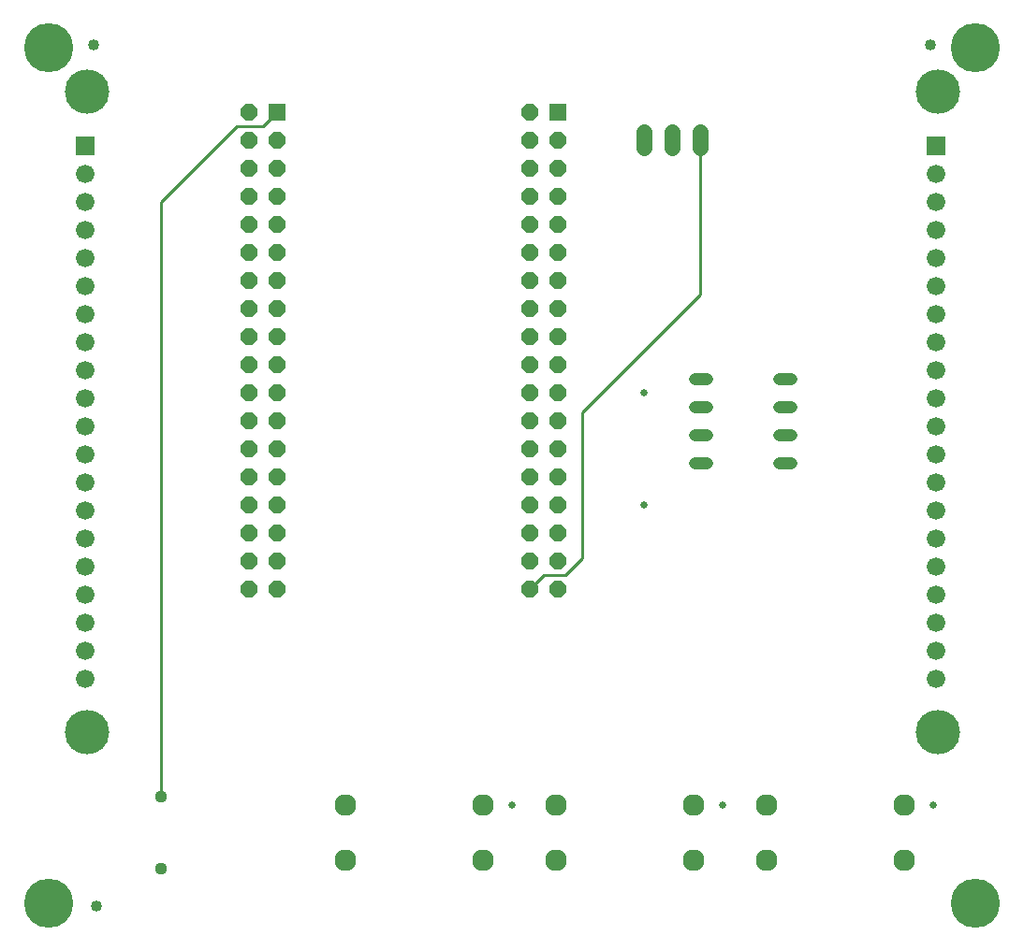
<source format=gbr>
G04 EAGLE Gerber RS-274X export*
G75*
%MOMM*%
%FSLAX34Y34*%
%LPD*%
%INTop Copper*%
%IPPOS*%
%AMOC8*
5,1,8,0,0,1.08239X$1,22.5*%
G01*
%ADD10C,1.120000*%
%ADD11C,1.422400*%
%ADD12C,1.960000*%
%ADD13R,1.524000X1.524000*%
%ADD14P,1.649562X8X292.500000*%
%ADD15R,1.676400X1.676400*%
%ADD16C,1.676400*%
%ADD17C,4.016000*%
%ADD18C,1.137919*%
%ADD19C,1.016000*%
%ADD20C,4.445000*%
%ADD21C,0.654800*%
%ADD22C,0.254000*%


D10*
X127000Y56400D03*
X127000Y121400D03*
D11*
X614680Y709168D02*
X614680Y723392D01*
X589280Y723392D02*
X589280Y709168D01*
X563880Y709168D02*
X563880Y723392D01*
D12*
X293100Y63900D03*
X293100Y113900D03*
X418100Y113900D03*
X418100Y63900D03*
X483600Y63900D03*
X483600Y113900D03*
X608600Y113900D03*
X608600Y63900D03*
X674100Y63900D03*
X674100Y113900D03*
X799100Y113900D03*
X799100Y63900D03*
D13*
X485400Y741000D03*
D14*
X460000Y741000D03*
X485400Y715600D03*
X460000Y715600D03*
X485400Y690200D03*
X460000Y690200D03*
X485400Y664800D03*
X460000Y664800D03*
X485400Y639400D03*
X460000Y639400D03*
X485400Y614000D03*
X460000Y614000D03*
X485400Y588600D03*
X460000Y588600D03*
X485400Y563200D03*
X460000Y563200D03*
X485400Y537800D03*
X460000Y537800D03*
X485400Y512400D03*
X460000Y512400D03*
X485400Y487000D03*
X460000Y487000D03*
X485400Y461600D03*
X460000Y461600D03*
X485400Y436200D03*
X460000Y436200D03*
X485400Y410800D03*
X460000Y410800D03*
X485400Y385400D03*
X460000Y385400D03*
X485400Y360000D03*
X460000Y360000D03*
X485400Y334600D03*
X460000Y334600D03*
X485400Y309200D03*
X460000Y309200D03*
D13*
X231400Y741000D03*
D14*
X206000Y741000D03*
X231400Y715600D03*
X206000Y715600D03*
X231400Y690200D03*
X206000Y690200D03*
X231400Y664800D03*
X206000Y664800D03*
X231400Y639400D03*
X206000Y639400D03*
X231400Y614000D03*
X206000Y614000D03*
X231400Y588600D03*
X206000Y588600D03*
X231400Y563200D03*
X206000Y563200D03*
X231400Y537800D03*
X206000Y537800D03*
X231400Y512400D03*
X206000Y512400D03*
X231400Y487000D03*
X206000Y487000D03*
X231400Y461600D03*
X206000Y461600D03*
X231400Y436200D03*
X206000Y436200D03*
X231400Y410800D03*
X206000Y410800D03*
X231400Y385400D03*
X206000Y385400D03*
X231400Y360000D03*
X206000Y360000D03*
X231400Y334600D03*
X206000Y334600D03*
X231400Y309200D03*
X206000Y309200D03*
D15*
X828040Y711200D03*
D16*
X828040Y685800D03*
X828040Y660400D03*
X828040Y635000D03*
X828040Y609600D03*
X828040Y584200D03*
X828040Y558800D03*
X828040Y533400D03*
X828040Y508000D03*
X828040Y482600D03*
X828040Y457200D03*
X828040Y431800D03*
X828040Y406400D03*
X828040Y381000D03*
X828040Y355600D03*
X828040Y330200D03*
X828040Y304800D03*
X828040Y279400D03*
X828040Y254000D03*
X828040Y228600D03*
D15*
X58040Y711200D03*
D16*
X58040Y685800D03*
X58040Y660400D03*
X58040Y635000D03*
X58040Y609600D03*
X58040Y584200D03*
X58040Y558800D03*
X58040Y533400D03*
X58040Y508000D03*
X58040Y482600D03*
X58040Y457200D03*
X58040Y431800D03*
X58040Y406400D03*
X58040Y381000D03*
X58040Y355600D03*
X58040Y330200D03*
X58040Y304800D03*
X58040Y279400D03*
X58040Y254000D03*
X58040Y228600D03*
D17*
X829740Y759900D03*
X829740Y179900D03*
X59740Y759900D03*
X59740Y179900D03*
D18*
X685190Y500380D02*
X696570Y500380D01*
X696570Y474980D02*
X685190Y474980D01*
X620370Y474980D02*
X608990Y474980D01*
X608990Y500380D02*
X620370Y500380D01*
X685190Y449580D02*
X696570Y449580D01*
X696570Y424180D02*
X685190Y424180D01*
X620370Y449580D02*
X608990Y449580D01*
X608990Y424180D02*
X620370Y424180D01*
D19*
X66040Y802640D03*
X822960Y802640D03*
X68580Y22860D03*
D20*
X25400Y800100D03*
X863600Y800100D03*
X25400Y25400D03*
X863600Y25400D03*
D21*
X444500Y114300D03*
X635000Y114300D03*
X825500Y114300D03*
X563880Y487680D03*
X563880Y386080D03*
D22*
X219380Y728980D02*
X231400Y741000D01*
X219380Y728980D02*
X195580Y728980D01*
X127000Y660400D01*
X127000Y121400D01*
X614680Y576580D02*
X614680Y716280D01*
X614680Y576580D02*
X508000Y469900D01*
X508000Y337820D02*
X492760Y322580D01*
X473380Y322580D02*
X460000Y309200D01*
X508000Y337820D02*
X508000Y469900D01*
X492760Y322580D02*
X473380Y322580D01*
M02*

</source>
